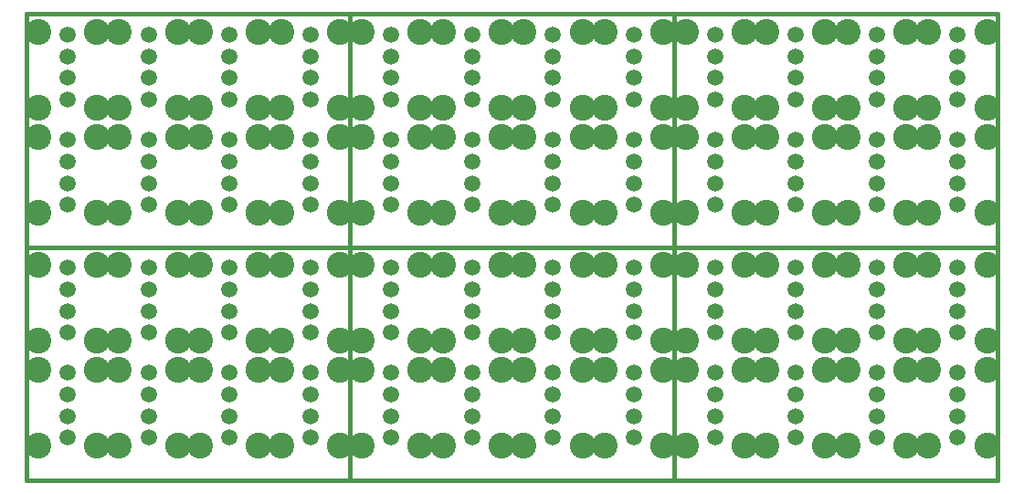
<source format=gbs>
G75*
%MOIN*%
%OFA0B0*%
%FSLAX24Y24*%
%IPPOS*%
%LPD*%
%AMOC8*
5,1,8,0,0,1.08239X$1,22.5*
%
%ADD10C,0.0160*%
%ADD11C,0.0591*%
%ADD12C,0.0946*%
D10*
X000440Y003432D02*
X012251Y003432D01*
X024062Y003432D01*
X035873Y003432D01*
X035873Y011936D01*
X024062Y011936D01*
X024062Y020440D01*
X035873Y020440D01*
X035873Y011936D01*
X024062Y011936D01*
X024062Y003432D01*
X024062Y011936D01*
X012251Y011936D01*
X012251Y020440D01*
X024062Y020440D01*
X024062Y011936D01*
X012251Y011936D01*
X012251Y003432D01*
X012251Y011936D01*
X000440Y011936D01*
X000440Y020440D01*
X012251Y020440D01*
X012251Y011936D01*
X000440Y011936D01*
X000440Y003432D01*
D11*
X001936Y004979D03*
X001936Y005767D03*
X001936Y006554D03*
X001936Y007342D03*
X001936Y008818D03*
X001936Y009605D03*
X001936Y010393D03*
X001936Y011180D03*
X004889Y011180D03*
X004889Y010393D03*
X004889Y009605D03*
X004889Y008818D03*
X004889Y007342D03*
X004889Y006554D03*
X004889Y005767D03*
X004889Y004979D03*
X007842Y004979D03*
X007842Y005767D03*
X007842Y006554D03*
X007842Y007342D03*
X007842Y008818D03*
X007842Y009605D03*
X007842Y010393D03*
X007842Y011180D03*
X010794Y011180D03*
X010794Y010393D03*
X010794Y009605D03*
X010794Y008818D03*
X010794Y007342D03*
X010794Y006554D03*
X010794Y005767D03*
X010794Y004979D03*
X013747Y004979D03*
X013747Y005767D03*
X013747Y006554D03*
X013747Y007342D03*
X013747Y008818D03*
X013747Y009605D03*
X013747Y010393D03*
X013747Y011180D03*
X016700Y011180D03*
X016700Y010393D03*
X016700Y009605D03*
X016700Y008818D03*
X016700Y007342D03*
X016700Y006554D03*
X016700Y005767D03*
X016700Y004979D03*
X019653Y004979D03*
X019653Y005767D03*
X019653Y006554D03*
X019653Y007342D03*
X019653Y008818D03*
X019653Y009605D03*
X019653Y010393D03*
X019653Y011180D03*
X022605Y011180D03*
X022605Y010393D03*
X022605Y009605D03*
X022605Y008818D03*
X022605Y007342D03*
X022605Y006554D03*
X022605Y005767D03*
X022605Y004979D03*
X025558Y004979D03*
X025558Y005767D03*
X025558Y006554D03*
X025558Y007342D03*
X025558Y008818D03*
X025558Y009605D03*
X025558Y010393D03*
X025558Y011180D03*
X028511Y011180D03*
X028511Y010393D03*
X028511Y009605D03*
X028511Y008818D03*
X028511Y007342D03*
X028511Y006554D03*
X028511Y005767D03*
X028511Y004979D03*
X031464Y004979D03*
X031464Y005767D03*
X031464Y006554D03*
X031464Y007342D03*
X031464Y008818D03*
X031464Y009605D03*
X031464Y010393D03*
X031464Y011180D03*
X034416Y011180D03*
X034416Y010393D03*
X034416Y009605D03*
X034416Y008818D03*
X034416Y007342D03*
X034416Y006554D03*
X034416Y005767D03*
X034416Y004979D03*
X034416Y013483D03*
X034416Y014271D03*
X034416Y015058D03*
X034416Y015845D03*
X034416Y017322D03*
X034416Y018109D03*
X034416Y018897D03*
X034416Y019684D03*
X031464Y019684D03*
X031464Y018897D03*
X031464Y018109D03*
X031464Y017322D03*
X031464Y015845D03*
X031464Y015058D03*
X031464Y014271D03*
X031464Y013483D03*
X028511Y013483D03*
X028511Y014271D03*
X028511Y015058D03*
X028511Y015845D03*
X028511Y017322D03*
X028511Y018109D03*
X028511Y018897D03*
X028511Y019684D03*
X025558Y019684D03*
X025558Y018897D03*
X025558Y018109D03*
X025558Y017322D03*
X025558Y015845D03*
X025558Y015058D03*
X025558Y014271D03*
X025558Y013483D03*
X022605Y013483D03*
X022605Y014271D03*
X022605Y015058D03*
X022605Y015845D03*
X022605Y017322D03*
X022605Y018109D03*
X022605Y018897D03*
X022605Y019684D03*
X019653Y019684D03*
X019653Y018897D03*
X019653Y018109D03*
X019653Y017322D03*
X019653Y015845D03*
X019653Y015058D03*
X019653Y014271D03*
X019653Y013483D03*
X016700Y013483D03*
X016700Y014271D03*
X016700Y015058D03*
X016700Y015845D03*
X016700Y017322D03*
X016700Y018109D03*
X016700Y018897D03*
X016700Y019684D03*
X013747Y019684D03*
X013747Y018897D03*
X013747Y018109D03*
X013747Y017322D03*
X013747Y015845D03*
X013747Y015058D03*
X013747Y014271D03*
X013747Y013483D03*
X010794Y013483D03*
X010794Y014271D03*
X010794Y015058D03*
X010794Y015845D03*
X010794Y017322D03*
X010794Y018109D03*
X010794Y018897D03*
X010794Y019684D03*
X007842Y019684D03*
X007842Y018897D03*
X007842Y018109D03*
X007842Y017322D03*
X007842Y015845D03*
X007842Y015058D03*
X007842Y014271D03*
X007842Y013483D03*
X004889Y013483D03*
X004889Y014271D03*
X004889Y015058D03*
X004889Y015845D03*
X004889Y017322D03*
X004889Y018109D03*
X004889Y018897D03*
X004889Y019684D03*
X001936Y019684D03*
X001936Y018897D03*
X001936Y018109D03*
X001936Y017322D03*
X001936Y015845D03*
X001936Y015058D03*
X001936Y014271D03*
X001936Y013483D03*
D12*
X003007Y013196D03*
X003818Y013196D03*
X005960Y013196D03*
X006771Y013196D03*
X008912Y013196D03*
X009723Y013196D03*
X011865Y013196D03*
X012676Y013196D03*
X014818Y013196D03*
X015629Y013196D03*
X017771Y013196D03*
X018582Y013196D03*
X020723Y013196D03*
X021534Y013196D03*
X023676Y013196D03*
X024487Y013196D03*
X026629Y013196D03*
X027440Y013196D03*
X029582Y013196D03*
X030393Y013196D03*
X032534Y013196D03*
X033345Y013196D03*
X035487Y013196D03*
X035487Y011286D03*
X033345Y011286D03*
X032534Y011286D03*
X030393Y011286D03*
X029582Y011286D03*
X027440Y011286D03*
X026629Y011286D03*
X024487Y011286D03*
X023676Y011286D03*
X021534Y011286D03*
X020723Y011286D03*
X018582Y011286D03*
X017771Y011286D03*
X015629Y011286D03*
X014818Y011286D03*
X012676Y011286D03*
X011865Y011286D03*
X009723Y011286D03*
X008912Y011286D03*
X006771Y011286D03*
X005960Y011286D03*
X003818Y011286D03*
X003007Y011286D03*
X000865Y011286D03*
X000865Y013196D03*
X000865Y015952D03*
X000865Y017034D03*
X003007Y017034D03*
X003818Y017034D03*
X003818Y015952D03*
X003007Y015952D03*
X005960Y015952D03*
X006771Y015952D03*
X006771Y017034D03*
X005960Y017034D03*
X008912Y017034D03*
X009723Y017034D03*
X009723Y015952D03*
X008912Y015952D03*
X011865Y015952D03*
X012676Y015952D03*
X012676Y017034D03*
X011865Y017034D03*
X014818Y017034D03*
X015629Y017034D03*
X015629Y015952D03*
X014818Y015952D03*
X017771Y015952D03*
X018582Y015952D03*
X018582Y017034D03*
X017771Y017034D03*
X020723Y017034D03*
X021534Y017034D03*
X021534Y015952D03*
X020723Y015952D03*
X023676Y015952D03*
X024487Y015952D03*
X024487Y017034D03*
X023676Y017034D03*
X026629Y017034D03*
X027440Y017034D03*
X027440Y015952D03*
X026629Y015952D03*
X029582Y015952D03*
X030393Y015952D03*
X030393Y017034D03*
X029582Y017034D03*
X032534Y017034D03*
X033345Y017034D03*
X033345Y015952D03*
X032534Y015952D03*
X035487Y015952D03*
X035487Y017034D03*
X035487Y019790D03*
X033345Y019790D03*
X032534Y019790D03*
X030393Y019790D03*
X029582Y019790D03*
X027440Y019790D03*
X026629Y019790D03*
X024487Y019790D03*
X023676Y019790D03*
X021534Y019790D03*
X020723Y019790D03*
X018582Y019790D03*
X017771Y019790D03*
X015629Y019790D03*
X014818Y019790D03*
X012676Y019790D03*
X011865Y019790D03*
X009723Y019790D03*
X008912Y019790D03*
X006771Y019790D03*
X005960Y019790D03*
X003818Y019790D03*
X003007Y019790D03*
X000865Y019790D03*
X000865Y008531D03*
X000865Y007448D03*
X003007Y007448D03*
X003818Y007448D03*
X003818Y008531D03*
X003007Y008531D03*
X005960Y008531D03*
X006771Y008531D03*
X006771Y007448D03*
X005960Y007448D03*
X008912Y007448D03*
X009723Y007448D03*
X009723Y008531D03*
X008912Y008531D03*
X011865Y008531D03*
X012676Y008531D03*
X012676Y007448D03*
X011865Y007448D03*
X014818Y007448D03*
X015629Y007448D03*
X015629Y008531D03*
X014818Y008531D03*
X017771Y008531D03*
X018582Y008531D03*
X018582Y007448D03*
X017771Y007448D03*
X020723Y007448D03*
X021534Y007448D03*
X021534Y008531D03*
X020723Y008531D03*
X023676Y008531D03*
X024487Y008531D03*
X024487Y007448D03*
X023676Y007448D03*
X026629Y007448D03*
X027440Y007448D03*
X027440Y008531D03*
X026629Y008531D03*
X029582Y008531D03*
X030393Y008531D03*
X030393Y007448D03*
X029582Y007448D03*
X032534Y007448D03*
X033345Y007448D03*
X033345Y008531D03*
X032534Y008531D03*
X035487Y008531D03*
X035487Y007448D03*
X035487Y004692D03*
X033345Y004692D03*
X032534Y004692D03*
X030393Y004692D03*
X029582Y004692D03*
X027440Y004692D03*
X026629Y004692D03*
X024487Y004692D03*
X023676Y004692D03*
X021534Y004692D03*
X020723Y004692D03*
X018582Y004692D03*
X017771Y004692D03*
X015629Y004692D03*
X014818Y004692D03*
X012676Y004692D03*
X011865Y004692D03*
X009723Y004692D03*
X008912Y004692D03*
X006771Y004692D03*
X005960Y004692D03*
X003818Y004692D03*
X003007Y004692D03*
X000865Y004692D03*
M02*

</source>
